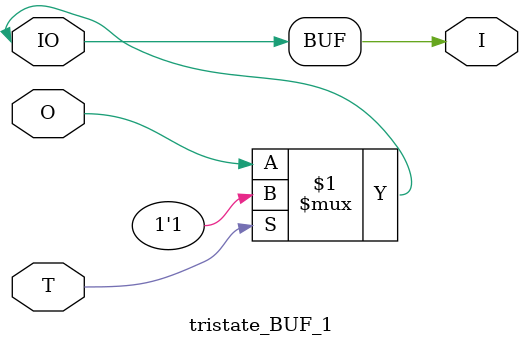
<source format=v>
module tristate_BUF_1 (
  output wire  I,
  input  wire  O,
  input  wire  T,
  inout  wire  IO
);

  assign I = IO;
  assign IO = T ? 1'b1 : O;

endmodule
</source>
